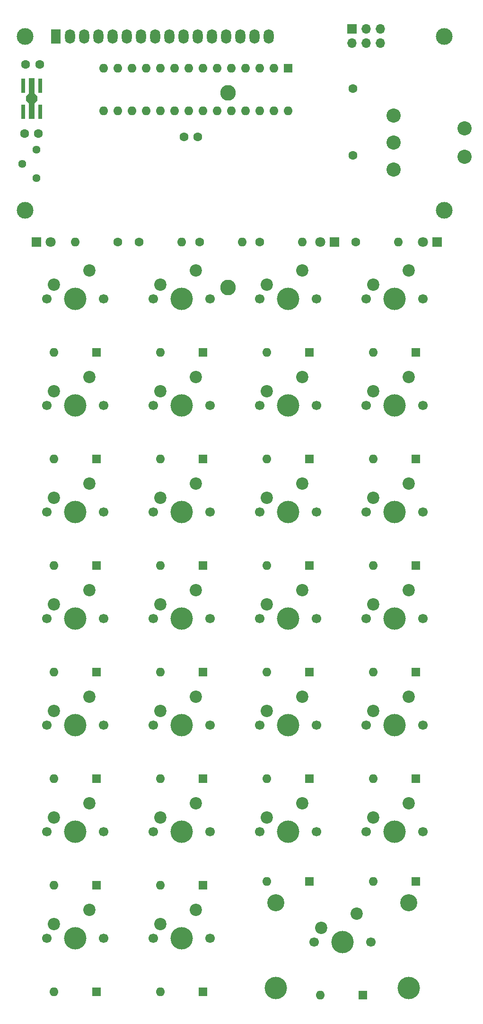
<source format=gbr>
%TF.GenerationSoftware,KiCad,Pcbnew,7.0.2-6a45011f42~172~ubuntu22.04.1*%
%TF.CreationDate,2023-05-17T14:33:14-04:00*%
%TF.ProjectId,keyboard-pcb,6b657962-6f61-4726-942d-7063622e6b69,rev?*%
%TF.SameCoordinates,Original*%
%TF.FileFunction,Soldermask,Bot*%
%TF.FilePolarity,Negative*%
%FSLAX46Y46*%
G04 Gerber Fmt 4.6, Leading zero omitted, Abs format (unit mm)*
G04 Created by KiCad (PCBNEW 7.0.2-6a45011f42~172~ubuntu22.04.1) date 2023-05-17 14:33:14*
%MOMM*%
%LPD*%
G01*
G04 APERTURE LIST*
G04 Aperture macros list*
%AMFreePoly0*
4,1,13,0.900000,0.500000,3.600000,0.500000,3.600000,-0.500000,0.900000,-0.500000,0.400000,-1.000000,-0.400000,-1.000000,-0.900000,-0.500000,-3.600000,-0.500000,-3.600000,0.500000,-0.900000,0.500000,-0.400000,1.000000,0.400000,1.000000,0.900000,0.500000,0.900000,0.500000,$1*%
G04 Aperture macros list end*
%ADD10C,1.700000*%
%ADD11C,4.000000*%
%ADD12C,2.200000*%
%ADD13C,1.600000*%
%ADD14O,1.600000X1.600000*%
%ADD15R,1.600000X1.600000*%
%ADD16C,3.000000*%
%ADD17R,1.800000X2.600000*%
%ADD18O,1.800000X2.600000*%
%ADD19R,1.800000X1.800000*%
%ADD20C,1.800000*%
%ADD21C,3.050000*%
%ADD22C,1.440000*%
%ADD23C,2.540000*%
%ADD24R,1.700000X1.700000*%
%ADD25O,1.700000X1.700000*%
%ADD26R,0.700000X2.500000*%
%ADD27FreePoly0,90.000000*%
%ADD28C,1.600200*%
%ADD29C,2.794000*%
G04 APERTURE END LIST*
D10*
%TO.C,SW10*%
X38100000Y-106680000D03*
D11*
X43180000Y-106680000D03*
D10*
X48260000Y-106680000D03*
D12*
X45720000Y-101600000D03*
X39370000Y-104140000D03*
%TD*%
D13*
%TO.C,R4*%
X65405000Y-58420000D03*
D14*
X73025000Y-58420000D03*
%TD*%
D10*
%TO.C,SW2*%
X57150000Y-68580000D03*
D11*
X62230000Y-68580000D03*
D10*
X67310000Y-68580000D03*
D12*
X64770000Y-63500000D03*
X58420000Y-66040000D03*
%TD*%
D10*
%TO.C,SW4*%
X95250000Y-68580000D03*
D11*
X100330000Y-68580000D03*
D10*
X105410000Y-68580000D03*
D12*
X102870000Y-63500000D03*
X96520000Y-66040000D03*
%TD*%
D10*
%TO.C,SW22*%
X38100000Y-163830000D03*
D11*
X43180000Y-163830000D03*
D10*
X48260000Y-163830000D03*
D12*
X45720000Y-158750000D03*
X39370000Y-161290000D03*
%TD*%
D10*
%TO.C,SW8*%
X76200000Y-87630000D03*
D11*
X81280000Y-87630000D03*
D10*
X86360000Y-87630000D03*
D12*
X83820000Y-82550000D03*
X77470000Y-85090000D03*
%TD*%
D10*
%TO.C,SW14*%
X38100000Y-125730000D03*
D11*
X43180000Y-125730000D03*
D10*
X48260000Y-125730000D03*
D12*
X45720000Y-120650000D03*
X39370000Y-123190000D03*
%TD*%
D10*
%TO.C,SW16*%
X76200000Y-125730000D03*
D11*
X81280000Y-125730000D03*
D10*
X86360000Y-125730000D03*
D12*
X83820000Y-120650000D03*
X77470000Y-123190000D03*
%TD*%
D10*
%TO.C,SW1*%
X38100000Y-68580000D03*
D11*
X43180000Y-68580000D03*
D10*
X48260000Y-68580000D03*
D12*
X45720000Y-63500000D03*
X39370000Y-66040000D03*
%TD*%
D10*
%TO.C,SW18*%
X38100000Y-144780000D03*
D11*
X43180000Y-144780000D03*
D10*
X48260000Y-144780000D03*
D12*
X45720000Y-139700000D03*
X39370000Y-142240000D03*
%TD*%
D10*
%TO.C,SW25*%
X95250000Y-163830000D03*
D11*
X100330000Y-163830000D03*
D10*
X105410000Y-163830000D03*
D12*
X102870000Y-158750000D03*
X96520000Y-161290000D03*
%TD*%
D15*
%TO.C,U2*%
X81280000Y-27305000D03*
D14*
X78740000Y-27305000D03*
X76200000Y-27305000D03*
X73660000Y-27305000D03*
X71120000Y-27305000D03*
X68580000Y-27305000D03*
X66040000Y-27305000D03*
X63500000Y-27305000D03*
X60960000Y-27305000D03*
X58420000Y-27305000D03*
X55880000Y-27305000D03*
X53340000Y-27305000D03*
X50800000Y-27305000D03*
X48260000Y-27305000D03*
X48260000Y-34925000D03*
X50800000Y-34925000D03*
X53340000Y-34925000D03*
X55880000Y-34925000D03*
X58420000Y-34925000D03*
X60960000Y-34925000D03*
X63500000Y-34925000D03*
X66040000Y-34925000D03*
X68580000Y-34925000D03*
X71120000Y-34925000D03*
X73660000Y-34925000D03*
X76200000Y-34925000D03*
X78740000Y-34925000D03*
X81280000Y-34925000D03*
%TD*%
D10*
%TO.C,SW23*%
X57150000Y-163830000D03*
D11*
X62230000Y-163830000D03*
D10*
X67310000Y-163830000D03*
D12*
X64770000Y-158750000D03*
X58420000Y-161290000D03*
%TD*%
D10*
%TO.C,SW11*%
X57150000Y-106680000D03*
D11*
X62230000Y-106680000D03*
D10*
X67310000Y-106680000D03*
D12*
X64770000Y-101600000D03*
X58420000Y-104140000D03*
%TD*%
D16*
%TO.C,U3*%
X34221420Y-21704300D03*
X34221420Y-52705000D03*
X109220000Y-52705000D03*
X109220520Y-21704300D03*
D17*
X39720520Y-21704300D03*
D18*
X42260520Y-21704300D03*
X44800520Y-21704300D03*
X47340520Y-21704300D03*
X49880520Y-21704300D03*
X52420520Y-21704300D03*
X54960520Y-21704300D03*
X57500520Y-21704300D03*
X60040520Y-21704300D03*
X62580520Y-21704300D03*
X65120520Y-21704300D03*
X67660520Y-21704300D03*
X70200520Y-21704300D03*
X72740520Y-21704300D03*
X75280520Y-21704300D03*
X77820520Y-21704300D03*
%TD*%
D10*
%TO.C,SW19*%
X57150000Y-144780000D03*
D11*
X62230000Y-144780000D03*
D10*
X67310000Y-144780000D03*
D12*
X64770000Y-139700000D03*
X58420000Y-142240000D03*
%TD*%
D10*
%TO.C,SW6*%
X38100000Y-87630000D03*
D11*
X43180000Y-87630000D03*
D10*
X48260000Y-87630000D03*
D12*
X45720000Y-82550000D03*
X39370000Y-85090000D03*
%TD*%
D19*
%TO.C,D1*%
X36195000Y-58420000D03*
D20*
X38735000Y-58420000D03*
%TD*%
D10*
%TO.C,SW3*%
X76200000Y-68580000D03*
D11*
X81280000Y-68580000D03*
D10*
X86360000Y-68580000D03*
D12*
X83820000Y-63500000D03*
X77470000Y-66040000D03*
%TD*%
D13*
%TO.C,R1*%
X50800000Y-58420000D03*
D14*
X43180000Y-58420000D03*
%TD*%
D19*
%TO.C,D11*%
X107950000Y-58420000D03*
D20*
X105410000Y-58420000D03*
%TD*%
D10*
%TO.C,SW26*%
X38100000Y-182880000D03*
D11*
X43180000Y-182880000D03*
D10*
X48260000Y-182880000D03*
D12*
X45720000Y-177800000D03*
X39370000Y-180340000D03*
%TD*%
D10*
%TO.C,SW13*%
X95250000Y-106680000D03*
D11*
X100330000Y-106680000D03*
D10*
X105410000Y-106680000D03*
D12*
X102870000Y-101600000D03*
X96520000Y-104140000D03*
%TD*%
D10*
%TO.C,SW17*%
X95250000Y-125730000D03*
D11*
X100330000Y-125730000D03*
D10*
X105410000Y-125730000D03*
D12*
X102870000Y-120650000D03*
X96520000Y-123190000D03*
%TD*%
D10*
%TO.C,SW20*%
X76200000Y-144780000D03*
D11*
X81280000Y-144780000D03*
D10*
X86360000Y-144780000D03*
D12*
X83820000Y-139700000D03*
X77470000Y-142240000D03*
%TD*%
D13*
%TO.C,R3*%
X93345000Y-58420000D03*
D14*
X100965000Y-58420000D03*
%TD*%
D13*
%TO.C,C1*%
X62611000Y-39624000D03*
X65111000Y-39624000D03*
%TD*%
D10*
%TO.C,SW12*%
X76200000Y-106680000D03*
D11*
X81280000Y-106680000D03*
D10*
X86360000Y-106680000D03*
D12*
X83820000Y-101600000D03*
X77470000Y-104140000D03*
%TD*%
D10*
%TO.C,SW15*%
X57150000Y-125730000D03*
D11*
X62230000Y-125730000D03*
D10*
X67310000Y-125730000D03*
D12*
X64770000Y-120650000D03*
X58420000Y-123190000D03*
%TD*%
D10*
%TO.C,SW27*%
X57150000Y-182880000D03*
D11*
X62230000Y-182880000D03*
D10*
X67310000Y-182880000D03*
D12*
X64770000Y-177800000D03*
X58420000Y-180340000D03*
%TD*%
D10*
%TO.C,SW21*%
X95250000Y-144780000D03*
D11*
X100330000Y-144780000D03*
D10*
X105410000Y-144780000D03*
D12*
X102870000Y-139700000D03*
X96520000Y-142240000D03*
%TD*%
D19*
%TO.C,D2*%
X89535000Y-58420000D03*
D20*
X86995000Y-58420000D03*
%TD*%
D10*
%TO.C,SW24*%
X76200000Y-163830000D03*
D11*
X81280000Y-163830000D03*
D10*
X86360000Y-163830000D03*
D12*
X83820000Y-158750000D03*
X77470000Y-161290000D03*
%TD*%
D21*
%TO.C,SW28*%
X79070000Y-176530000D03*
D11*
X79070000Y-191770000D03*
D10*
X85890000Y-183530000D03*
D11*
X90970000Y-183530000D03*
D10*
X96050000Y-183530000D03*
D21*
X102870000Y-176530000D03*
D11*
X102870000Y-191770000D03*
D12*
X93510000Y-178450000D03*
X87160000Y-180990000D03*
%TD*%
D13*
%TO.C,R2*%
X76200000Y-58420000D03*
D14*
X83820000Y-58420000D03*
%TD*%
D13*
%TO.C,R5*%
X54610000Y-58420000D03*
D14*
X62230000Y-58420000D03*
%TD*%
D10*
%TO.C,SW9*%
X95250000Y-87630000D03*
D11*
X100330000Y-87630000D03*
D10*
X105410000Y-87630000D03*
D12*
X102870000Y-82550000D03*
X96520000Y-85090000D03*
%TD*%
D10*
%TO.C,SW7*%
X57150000Y-87630000D03*
D11*
X62230000Y-87630000D03*
D10*
X67310000Y-87630000D03*
D12*
X64770000Y-82550000D03*
X58420000Y-85090000D03*
%TD*%
D15*
%TO.C,D16*%
X46990000Y-135255000D03*
D14*
X39370000Y-135255000D03*
%TD*%
D15*
%TO.C,D18*%
X85090000Y-135255000D03*
D14*
X77470000Y-135255000D03*
%TD*%
D15*
%TO.C,D13*%
X66040000Y-116205000D03*
D14*
X58420000Y-116205000D03*
%TD*%
D15*
%TO.C,D21*%
X66040000Y-154305000D03*
D14*
X58420000Y-154305000D03*
%TD*%
D22*
%TO.C,RV1*%
X36195000Y-46990000D03*
X33655000Y-44450000D03*
X36195000Y-41910000D03*
%TD*%
D15*
%TO.C,D27*%
X104140000Y-172720000D03*
D14*
X96520000Y-172720000D03*
%TD*%
D15*
%TO.C,D24*%
X46990000Y-173355000D03*
D14*
X39370000Y-173355000D03*
%TD*%
D15*
%TO.C,D5*%
X85090000Y-78105000D03*
D14*
X77470000Y-78105000D03*
%TD*%
D15*
%TO.C,D9*%
X85090000Y-97155000D03*
D14*
X77470000Y-97155000D03*
%TD*%
D15*
%TO.C,D19*%
X104140000Y-135255000D03*
D14*
X96520000Y-135255000D03*
%TD*%
D15*
%TO.C,D8*%
X66040000Y-97155000D03*
D14*
X58420000Y-97155000D03*
%TD*%
D15*
%TO.C,D26*%
X85090000Y-172720000D03*
D14*
X77470000Y-172720000D03*
%TD*%
D15*
%TO.C,D14*%
X85090000Y-116205000D03*
D14*
X77470000Y-116205000D03*
%TD*%
D15*
%TO.C,D12*%
X46990000Y-116205000D03*
D14*
X39370000Y-116205000D03*
%TD*%
D15*
%TO.C,D17*%
X66040000Y-135255000D03*
D14*
X58420000Y-135255000D03*
%TD*%
D13*
%TO.C,C2*%
X36810000Y-26670000D03*
X34310000Y-26670000D03*
%TD*%
D23*
%TO.C,SW5*%
X100178000Y-35814000D03*
X100178000Y-40640000D03*
X100178000Y-45466000D03*
X112878000Y-38100000D03*
X112878000Y-43180000D03*
%TD*%
D24*
%TO.C,J1*%
X92725000Y-20315000D03*
D25*
X92725000Y-22855000D03*
X95265000Y-20315000D03*
X95265000Y-22855000D03*
X97805000Y-20315000D03*
X97805000Y-22855000D03*
%TD*%
D15*
%TO.C,D28*%
X46990000Y-192405000D03*
D14*
X39370000Y-192405000D03*
%TD*%
D15*
%TO.C,D23*%
X104140000Y-154305000D03*
D14*
X96520000Y-154305000D03*
%TD*%
D15*
%TO.C,D4*%
X66040000Y-78105000D03*
D14*
X58420000Y-78105000D03*
%TD*%
D15*
%TO.C,D6*%
X104140000Y-78105000D03*
D14*
X96520000Y-78105000D03*
%TD*%
D15*
%TO.C,D10*%
X104140000Y-97155000D03*
D14*
X96520000Y-97155000D03*
%TD*%
D13*
%TO.C,C3*%
X36576000Y-38989000D03*
X34076000Y-38989000D03*
%TD*%
D15*
%TO.C,D29*%
X66040000Y-192405000D03*
D14*
X58420000Y-192405000D03*
%TD*%
D15*
%TO.C,D22*%
X85090000Y-154305000D03*
D14*
X77470000Y-154305000D03*
%TD*%
D15*
%TO.C,D20*%
X46990000Y-154305000D03*
D14*
X39370000Y-154305000D03*
%TD*%
D26*
%TO.C,U1*%
X36870000Y-35140000D03*
D27*
X35370000Y-32790000D03*
D26*
X33870000Y-35140000D03*
X33870000Y-30440000D03*
X36870000Y-30440000D03*
%TD*%
D15*
%TO.C,D30*%
X94615000Y-193040000D03*
D14*
X86995000Y-193040000D03*
%TD*%
D15*
%TO.C,D7*%
X46990000Y-97155000D03*
D14*
X39370000Y-97155000D03*
%TD*%
D15*
%TO.C,D15*%
X104140000Y-116205000D03*
D14*
X96520000Y-116205000D03*
%TD*%
D15*
%TO.C,D3*%
X46990000Y-78105000D03*
D14*
X39370000Y-78105000D03*
%TD*%
D28*
%TO.C,BT1*%
X92837000Y-30988000D03*
X92837000Y-42926000D03*
D29*
X70485000Y-66548000D03*
X70485000Y-31750000D03*
%TD*%
D15*
%TO.C,D25*%
X66040000Y-173355000D03*
D14*
X58420000Y-173355000D03*
%TD*%
M02*

</source>
